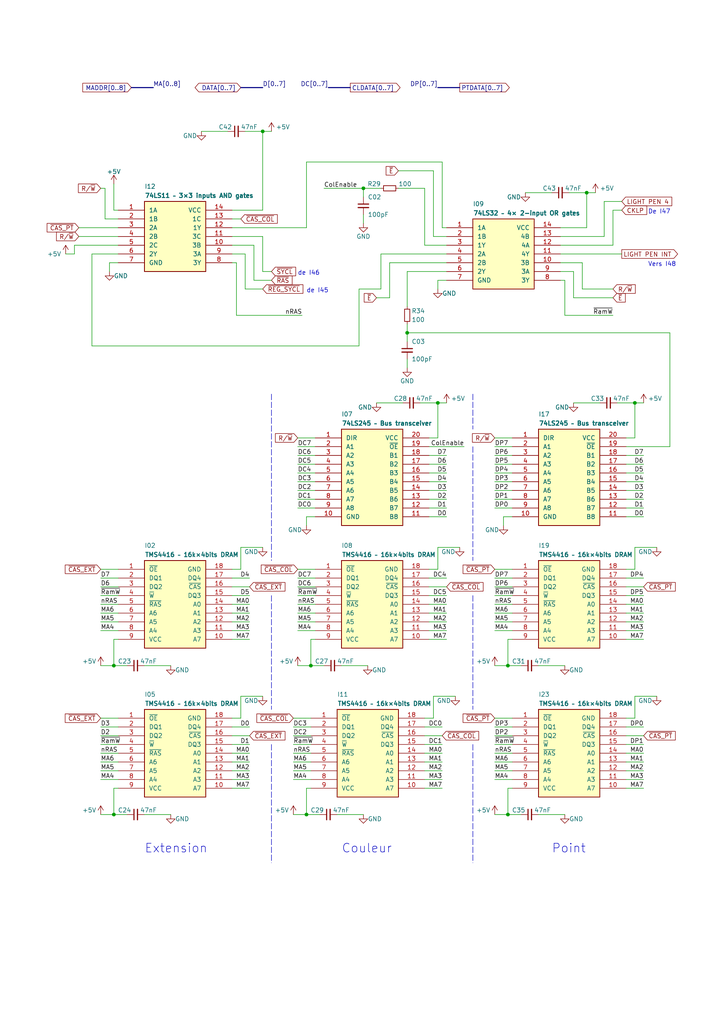
<source format=kicad_sch>
(kicad_sch (version 20211123) (generator eeschema)
  (paper "A4" portrait)
  (title_block (title "Conversion du Thomson MO5 — Unité centrale v1") (date "2023-05-24") (rev "DRAFT") (comment 1 "http://github.com/sporniket/kicad-conversions--thomson-mo5--v1") (comment 3 "Gate Array Motorola MCA 1300 ALS") (comment 4 "Reference : POP5001 501994-01"))
  (lib_symbols
    (symbol "74x11:74X11_TRIPLE_3-INPUT_POSITIVE-AND_GATES_PHY" (pin_names (offset 1.27))
      (property "Reference" "U" (at -8.89 15.24 0))
      (property "Value" "74X11_TRIPLE_3-INPUT_POSITIVE-AND_GATES_PHY" (at -8.89 12.7 0))
      (symbol "74X11_TRIPLE_3-INPUT_POSITIVE-AND_GATES_PHY_0_0"
        (rectangle (start -8.89 10.16) (end 8.89 -10.16) (stroke (width 0.254)) (fill (type background)))
        (pin input line (at -16.51 7.62 0) (length 7.62) (name "1A") (number "1"))
        (pin input line (at 16.51 -2.54 180) (length 7.62) (name "3B") (number "10"))
        (pin input line (at 16.51 0 180) (length 7.62) (name "3C") (number "11"))
        (pin output line (at 16.51 2.54 180) (length 7.62) (name "1Y") (number "12"))
        (pin input line (at 16.51 5.08 180) (length 7.62) (name "1C") (number "13"))
        (pin power_in line (at 16.51 7.62 180) (length 7.62) (name "VCC") (number "14"))
        (pin input line (at -16.51 5.08 0) (length 7.62) (name "1B") (number "2"))
        (pin input line (at -16.51 2.54 0) (length 7.62) (name "2A") (number "3"))
        (pin input line (at -16.51 0 0) (length 7.62) (name "2B") (number "4"))
        (pin input line (at -16.51 -2.54 0) (length 7.62) (name "2C") (number "5"))
        (pin output line (at -16.51 -5.08 0) (length 7.62) (name "2Y") (number "6"))
        (pin power_in line (at -16.51 -7.62 0) (length 7.62) (name "GND") (number "7"))
        (pin output line (at 16.51 -7.62 180) (length 7.62) (name "3Y") (number "8"))
        (pin input line (at 16.51 -5.08 180) (length 7.62) (name "3A") (number "9"))
      )
    )
    (symbol "74x245:74X245_OCTAL_BUS_TRANSCEIVERSWITH_3-STATEOUTPUTS_PHY" (pin_names (offset 1.27))
      (property "Reference" "U" (at -8.89 19.05 0))
      (property "Value" "74X245_OCTAL_BUS_TRANSCEIVERSWITH_3-STATEOUTPUTS_PHY" (at -8.89 16.51 0))
      (symbol "74X245_OCTAL_BUS_TRANSCEIVERSWITH_3-STATEOUTPUTS_PHY_0_0"
        (rectangle (start -8.89 13.97) (end 8.89 -13.97) (stroke (width 0.254)) (fill (type background)))
        (pin input line (at -16.51 11.43 0) (length 7.62) (name "DIR") (number "1"))
        (pin power_in line (at -16.51 -11.43 0) (length 7.62) (name "GND") (number "10"))
        (pin tri_state line (at 16.51 -11.43 180) (length 7.62) (name "B8") (number "11"))
        (pin tri_state line (at 16.51 -8.89 180) (length 7.62) (name "B7") (number "12"))
        (pin tri_state line (at 16.51 -6.35 180) (length 7.62) (name "B6") (number "13"))
        (pin tri_state line (at 16.51 -3.81 180) (length 7.62) (name "B5") (number "14"))
        (pin tri_state line (at 16.51 -1.27 180) (length 7.62) (name "B4") (number "15"))
        (pin tri_state line (at 16.51 1.27 180) (length 7.62) (name "B3") (number "16"))
        (pin tri_state line (at 16.51 3.81 180) (length 7.62) (name "B2") (number "17"))
        (pin tri_state line (at 16.51 6.35 180) (length 7.62) (name "B1") (number "18"))
        (pin input line (at 16.51 8.89 180) (length 7.62) (name "~{OE}") (number "19"))
        (pin tri_state line (at -16.51 8.89 0) (length 7.62) (name "A1") (number "2"))
        (pin power_in line (at 16.51 11.43 180) (length 7.62) (name "VCC") (number "20"))
        (pin tri_state line (at -16.51 6.35 0) (length 7.62) (name "A2") (number "3"))
        (pin tri_state line (at -16.51 3.81 0) (length 7.62) (name "A3") (number "4"))
        (pin tri_state line (at -16.51 1.27 0) (length 7.62) (name "A4") (number "5"))
        (pin tri_state line (at -16.51 -1.27 0) (length 7.62) (name "A5") (number "6"))
        (pin tri_state line (at -16.51 -3.81 0) (length 7.62) (name "A6") (number "7"))
        (pin tri_state line (at -16.51 -6.35 0) (length 7.62) (name "A7") (number "8"))
        (pin tri_state line (at -16.51 -8.89 0) (length 7.62) (name "A8") (number "9"))
      )
    )
    (symbol "74x32:QUADRUPLE_2-INPUTS_POSITIVE-OR_GATES_PHY" (pin_names (offset 1.27))
      (property "Reference" "U" (at -8.89 15.24 0))
      (property "Value" "QUADRUPLE_2-INPUTS_POSITIVE-OR_GATES_PHY" (at -8.89 12.7 0))
      (symbol "QUADRUPLE_2-INPUTS_POSITIVE-OR_GATES_PHY_0_0"
        (rectangle (start -8.89 10.16) (end 8.89 -10.16) (stroke (width 0.254)) (fill (type background)))
        (pin input line (at -16.51 7.62 0) (length 7.62) (name "1A") (number "1"))
        (pin input line (at 16.51 -2.54 180) (length 7.62) (name "3B") (number "10"))
        (pin output line (at 16.51 0 180) (length 7.62) (name "4Y") (number "11"))
        (pin input line (at 16.51 2.54 180) (length 7.62) (name "4A") (number "12"))
        (pin input line (at 16.51 5.08 180) (length 7.62) (name "4B") (number "13"))
        (pin power_in line (at 16.51 7.62 180) (length 7.62) (name "VCC") (number "14"))
        (pin input line (at -16.51 5.08 0) (length 7.62) (name "1B") (number "2"))
        (pin output line (at -16.51 2.54 0) (length 7.62) (name "1Y") (number "3"))
        (pin input line (at -16.51 0 0) (length 7.62) (name "2A") (number "4"))
        (pin input line (at -16.51 -2.54 0) (length 7.62) (name "2B") (number "5"))
        (pin output line (at -16.51 -5.08 0) (length 7.62) (name "2Y") (number "6"))
        (pin power_in line (at -16.51 -7.62 0) (length 7.62) (name "GND") (number "7"))
        (pin output line (at 16.51 -7.62 180) (length 7.62) (name "3Y") (number "8"))
        (pin input line (at 16.51 -5.08 180) (length 7.62) (name "3A") (number "9"))
      )
    )
    (symbol "Device:C_Small" (pin_numbers hide) (pin_names (offset 0.254) hide)
      (property "Reference" "C" (at 0.254 1.778 0))
      (property "Value" "C_Small" (at 0.254 -2.032 0))
      (symbol "C_Small_0_1"
        (polyline (pts (xy -1.524 -0.508) (xy 1.524 -0.508)) (stroke (width 0.3302)))
        (polyline (pts (xy -1.524 0.508) (xy 1.524 0.508)) (stroke (width 0.3048)))
      )
      (symbol "C_Small_1_1"
        (pin passive line (at 0 2.54 270) (length 2.032) (name "~") (number "1"))
        (pin passive line (at 0 -2.54 90) (length 2.032) (name "~") (number "2"))
      )
    )
    (symbol "Device:R_Small" (pin_numbers hide) (pin_names (offset 0.254) hide)
      (property "Reference" "R" (at 0.762 0.508 0))
      (property "Value" "R_Small" (at 0.762 -1.016 0))
      (symbol "R_Small_0_1"
        (rectangle (start -0.762 1.778) (end 0.762 -1.778) (stroke (width 0.2032)))
      )
      (symbol "R_Small_1_1"
        (pin passive line (at 0 2.54 270) (length 0.762) (name "~") (number "1"))
        (pin passive line (at 0 -2.54 90) (length 0.762) (name "~") (number "2"))
      )
    )
    (symbol "power:+5V" (power) (pin_names (offset 0))
      (property "Value" "+5V" (at 0 3.556 0))
      (symbol "+5V_0_1"
        (polyline (pts (xy -0.762 1.27) (xy 0 2.54)))
        (polyline (pts (xy 0 0) (xy 0 2.54)))
        (polyline (pts (xy 0 2.54) (xy 0.762 1.27)))
      )
      (symbol "+5V_1_1"
        (pin power_in line (at 0 0 90) (length 0) hide (name "+5V") (number "1"))
      )
    )
    (symbol "power:GND" (power) (pin_names (offset 0))
      (property "Value" "GND" (at 0 -3.81 0))
      (symbol "GND_0_1"
        (polyline (pts (xy 0 0) (xy 0 -1.27) (xy 1.27 -1.27) (xy 0 -2.54) (xy -1.27 -1.27) (xy 0 -1.27)))
      )
      (symbol "GND_1_1"
        (pin power_in line (at 0 0 270) (length 0) hide (name "GND") (number "1"))
      )
    )
    (symbol "tms4416:16384-WORD_BY_4-BIT_DYNAMIC_RAM_PHY" (pin_names (offset 1.27))
      (property "Reference" "U" (at -8.89 17.78 0))
      (property "Value" "16384-WORD_BY_4-BIT_DYNAMIC_RAM_PHY" (at -8.89 15.24 0))
      (symbol "16384-WORD_BY_4-BIT_DYNAMIC_RAM_PHY_0_0"
        (rectangle (start -8.89 12.7) (end 8.89 -12.7) (stroke (width 0.254)) (fill (type background)))
        (pin input line (at -16.51 10.16 0) (length 7.62) (name "~{OE}") (number "1"))
        (pin input line (at 16.51 -10.16 180) (length 7.62) (name "A7") (number "10"))
        (pin input line (at 16.51 -7.62 180) (length 7.62) (name "A3") (number "11"))
        (pin input line (at 16.51 -5.08 180) (length 7.62) (name "A2") (number "12"))
        (pin input line (at 16.51 -2.54 180) (length 7.62) (name "A1") (number "13"))
        (pin input line (at 16.51 0 180) (length 7.62) (name "A0") (number "14"))
        (pin bidirectional line (at 16.51 2.54 180) (length 7.62) (name "DQ3") (number "15"))
        (pin input line (at 16.51 5.08 180) (length 7.62) (name "~{CAS}") (number "16"))
        (pin bidirectional line (at 16.51 7.62 180) (length 7.62) (name "DQ4") (number "17"))
        (pin power_in line (at 16.51 10.16 180) (length 7.62) (name "GND") (number "18"))
        (pin bidirectional line (at -16.51 7.62 0) (length 7.62) (name "DQ1") (number "2"))
        (pin bidirectional line (at -16.51 5.08 0) (length 7.62) (name "DQ2") (number "3"))
        (pin input line (at -16.51 2.54 0) (length 7.62) (name "~{W}") (number "4"))
        (pin input line (at -16.51 0 0) (length 7.62) (name "~{RAS}") (number "5"))
        (pin input line (at -16.51 -2.54 0) (length 7.62) (name "A6") (number "6"))
        (pin input line (at -16.51 -5.08 0) (length 7.62) (name "A5") (number "7"))
        (pin input line (at -16.51 -7.62 0) (length 7.62) (name "A4") (number "8"))
        (pin power_in line (at -16.51 -10.16 0) (length 7.62) (name "VCC") (number "9"))
      )
    )
  )
  (junction (at 90.17 193.04))
  (junction (at 184.15 116.84))
  (junction (at 118.11 96.52))
  (junction (at 33.02 193.04))
  (junction (at 127 116.84))
  (junction (at 33.02 236.22))
  (junction (at 170.18 55.88))
  (junction (at 147.32 236.22))
  (junction (at 105.41 54.61))
  (junction (at 76.2 38.1))
  (junction (at 88.9 236.22))
  (junction (at 147.32 193.04))
  (wire (pts (xy 22.86 68.58) (xy 34.29 68.58)))
  (wire (pts (xy 105.41 54.61) (xy 110.49 54.61)))
  (wire (pts (xy 86.36 167.64) (xy 91.44 167.64)))
  (wire (pts (xy 143.51 170.18) (xy 148.59 170.18)))
  (wire (pts (xy 162.56 73.66) (xy 180.34 73.66)))
  (wire (pts (xy 124.46 149.86) (xy 129.54 149.86)))
  (wire (pts (xy 124.46 167.64) (xy 129.54 167.64)))
  (wire (pts (xy 67.31 63.5) (xy 69.85 63.5)))
  (wire (pts (xy 124.46 137.16) (xy 129.54 137.16)))
  (wire (pts (xy 143.51 220.98) (xy 148.59 220.98)))
  (wire (pts (xy 181.61 180.34) (xy 186.69 180.34)))
  (wire (pts (xy 29.21 175.26) (xy 34.29 175.26)))
  (wire (pts (xy 184.15 158.75) (xy 190.5 158.75)))
  (wire (pts (xy 177.8 91.44) (xy 163.83 91.44)))
  (wire (pts (xy 123.19 208.28) (xy 125.73 208.28)))
  (wire (pts (xy 67.31 182.88) (xy 72.39 182.88)))
  (wire (pts (xy 85.09 210.82) (xy 90.17 210.82)))
  (wire (pts (xy 90.17 193.04) (xy 93.98 193.04)))
  (wire (pts (xy 71.12 83.82) (xy 76.2 83.82)))
  (wire (pts (xy 58.42 38.1) (xy 66.04 38.1)))
  (wire (pts (xy 127 158.75) (xy 133.35 158.75)))
  (wire (pts (xy 181.61 170.18) (xy 186.69 170.18)))
  (wire (pts (xy 181.61 129.54) (xy 194.31 129.54)))
  (wire (pts (xy 179.07 116.84) (xy 184.15 116.84)))
  (wire (pts (xy 181.61 165.1) (xy 184.15 165.1)))
  (wire (pts (xy 29.21 215.9) (xy 34.29 215.9)))
  (wire (pts (xy 147.32 228.6) (xy 147.32 236.22)))
  (polyline (pts (xy 137.16 172.72) (xy 137.16 205.74)))
  (wire (pts (xy 71.12 83.82) (xy 71.12 73.66)))
  (wire (pts (xy 143.51 167.64) (xy 148.59 167.64)))
  (wire (pts (xy 181.61 182.88) (xy 186.69 182.88)))
  (wire (pts (xy 29.21 177.8) (xy 34.29 177.8)))
  (wire (pts (xy 123.19 71.12) (xy 129.54 71.12)))
  (wire (pts (xy 162.56 71.12) (xy 177.8 71.12)))
  (wire (pts (xy 86.36 175.26) (xy 91.44 175.26)))
  (wire (pts (xy 69.85 201.93) (xy 69.85 208.28)))
  (wire (pts (xy 86.36 147.32) (xy 91.44 147.32)))
  (wire (pts (xy 124.46 147.32) (xy 129.54 147.32)))
  (wire (pts (xy 184.15 201.93) (xy 190.5 201.93)))
  (wire (pts (xy 67.31 76.2) (xy 68.58 76.2)))
  (wire (pts (xy 104.14 83.82) (xy 104.14 100.33)))
  (wire (pts (xy 125.73 201.93) (xy 125.73 208.28)))
  (wire (pts (xy 86.36 170.18) (xy 91.44 170.18)))
  (wire (pts (xy 181.61 185.42) (xy 186.69 185.42)))
  (wire (pts (xy 181.61 220.98) (xy 186.69 220.98)))
  (wire (pts (xy 184.15 116.84) (xy 186.69 116.84)))
  (wire (pts (xy 143.51 215.9) (xy 148.59 215.9)))
  (wire (pts (xy 125.73 49.53) (xy 125.73 68.58)))
  (wire (pts (xy 85.09 236.22) (xy 88.9 236.22)))
  (wire (pts (xy 175.26 58.42) (xy 180.34 58.42)))
  (wire (pts (xy 76.2 68.58) (xy 76.2 78.74)))
  (wire (pts (xy 181.61 175.26) (xy 186.69 175.26)))
  (wire (pts (xy 125.73 201.93) (xy 132.08 201.93)))
  (wire (pts (xy 29.21 236.22) (xy 33.02 236.22)))
  (wire (pts (xy 123.19 210.82) (xy 128.27 210.82)))
  (wire (pts (xy 147.32 185.42) (xy 147.32 193.04)))
  (wire (pts (xy 34.29 185.42) (xy 33.02 185.42)))
  (wire (pts (xy 143.51 175.26) (xy 148.59 175.26)))
  (wire (pts (xy 143.51 129.54) (xy 148.59 129.54)))
  (wire (pts (xy 165.1 55.88) (xy 170.18 55.88)))
  (wire (pts (xy 166.37 116.84) (xy 173.99 116.84)))
  (wire (pts (xy 33.02 236.22) (xy 36.83 236.22)))
  (wire (pts (xy 67.31 223.52) (xy 72.39 223.52)))
  (wire (pts (xy 127 116.84) (xy 129.54 116.84)))
  (wire (pts (xy 41.91 236.22) (xy 49.53 236.22)))
  (wire (pts (xy 67.31 177.8) (xy 72.39 177.8)))
  (polyline (pts (xy 137.16 215.9) (xy 137.16 250.19)))
  (wire (pts (xy 34.29 228.6) (xy 33.02 228.6)))
  (wire (pts (xy 67.31 170.18) (xy 72.39 170.18)))
  (wire (pts (xy 85.09 220.98) (xy 90.17 220.98)))
  (wire (pts (xy 67.31 210.82) (xy 72.39 210.82)))
  (wire (pts (xy 128.27 66.04) (xy 129.54 66.04)))
  (wire (pts (xy 143.51 218.44) (xy 148.59 218.44)))
  (wire (pts (xy 29.21 172.72) (xy 34.29 172.72)))
  (wire (pts (xy 109.22 86.36) (xy 113.03 86.36)))
  (wire (pts (xy 143.51 213.36) (xy 148.59 213.36)))
  (wire (pts (xy 67.31 180.34) (xy 72.39 180.34)))
  (wire (pts (xy 194.31 129.54) (xy 194.31 96.52)))
  (wire (pts (xy 143.51 180.34) (xy 148.59 180.34)))
  (wire (pts (xy 68.58 91.44) (xy 68.58 76.2)))
  (wire (pts (xy 181.61 177.8) (xy 186.69 177.8)))
  (wire (pts (xy 170.18 66.04) (xy 170.18 55.88)))
  (wire (pts (xy 67.31 213.36) (xy 72.39 213.36)))
  (wire (pts (xy 124.46 172.72) (xy 129.54 172.72)))
  (wire (pts (xy 181.61 213.36) (xy 186.69 213.36)))
  (wire (pts (xy 124.46 142.24) (xy 129.54 142.24)))
  (wire (pts (xy 124.46 182.88) (xy 129.54 182.88)))
  (wire (pts (xy 184.15 201.93) (xy 184.15 208.28)))
  (wire (pts (xy 123.19 226.06) (xy 128.27 226.06)))
  (wire (pts (xy 22.86 66.04) (xy 34.29 66.04)))
  (wire (pts (xy 29.21 208.28) (xy 34.29 208.28)))
  (wire (pts (xy 85.09 218.44) (xy 90.17 218.44)))
  (wire (pts (xy 177.8 60.96) (xy 180.34 60.96)))
  (wire (pts (xy 152.4 55.88) (xy 160.02 55.88)))
  (wire (pts (xy 124.46 139.7) (xy 129.54 139.7)))
  (wire (pts (xy 163.83 91.44) (xy 163.83 81.28)))
  (wire (pts (xy 86.36 193.04) (xy 90.17 193.04)))
  (wire (pts (xy 118.11 78.74) (xy 129.54 78.74)))
  (wire (pts (xy 181.61 147.32) (xy 186.69 147.32)))
  (wire (pts (xy 34.29 73.66) (xy 26.67 73.66)))
  (wire (pts (xy 177.8 86.36) (xy 166.37 86.36)))
  (wire (pts (xy 88.9 149.86) (xy 91.44 149.86)))
  (wire (pts (xy 143.51 172.72) (xy 148.59 172.72)))
  (wire (pts (xy 90.17 185.42) (xy 90.17 193.04)))
  (wire (pts (xy 162.56 81.28) (xy 163.83 81.28)))
  (wire (pts (xy 181.61 127) (xy 184.15 127)))
  (wire (pts (xy 181.61 228.6) (xy 186.69 228.6)))
  (wire (pts (xy 123.19 228.6) (xy 128.27 228.6)))
  (wire (pts (xy 147.32 193.04) (xy 151.13 193.04)))
  (wire (pts (xy 181.61 137.16) (xy 186.69 137.16)))
  (wire (pts (xy 21.59 71.12) (xy 21.59 73.66)))
  (wire (pts (xy 128.27 66.04) (xy 128.27 46.99)))
  (wire (pts (xy 67.31 228.6) (xy 72.39 228.6)))
  (wire (pts (xy 181.61 139.7) (xy 186.69 139.7)))
  (wire (pts (xy 31.75 76.2) (xy 34.29 76.2)))
  (wire (pts (xy 181.61 208.28) (xy 184.15 208.28)))
  (wire (pts (xy 67.31 172.72) (xy 72.39 172.72)))
  (wire (pts (xy 143.51 210.82) (xy 148.59 210.82)))
  (wire (pts (xy 86.36 137.16) (xy 91.44 137.16)))
  (wire (pts (xy 124.46 170.18) (xy 129.54 170.18)))
  (wire (pts (xy 67.31 68.58) (xy 76.2 68.58)))
  (wire (pts (xy 113.03 76.2) (xy 129.54 76.2)))
  (wire (pts (xy 118.11 78.74) (xy 118.11 88.9)))
  (wire (pts (xy 76.2 38.1) (xy 76.2 60.96)))
  (polyline (pts (xy 78.74 114.3) (xy 78.74 162.56)))
  (wire (pts (xy 67.31 73.66) (xy 71.12 73.66)))
  (wire (pts (xy 67.31 165.1) (xy 69.85 165.1)))
  (wire (pts (xy 123.19 220.98) (xy 128.27 220.98)))
  (bus (pts (xy 69.85 25.4) (xy 76.2 25.4)))
  (wire (pts (xy 26.67 100.33) (xy 104.14 100.33)))
  (wire (pts (xy 123.19 213.36) (xy 128.27 213.36)))
  (wire (pts (xy 181.61 144.78) (xy 186.69 144.78)))
  (wire (pts (xy 143.51 182.88) (xy 148.59 182.88)))
  (wire (pts (xy 29.21 193.04) (xy 33.02 193.04)))
  (wire (pts (xy 85.09 226.06) (xy 90.17 226.06)))
  (wire (pts (xy 143.51 134.62) (xy 148.59 134.62)))
  (wire (pts (xy 181.61 142.24) (xy 186.69 142.24)))
  (wire (pts (xy 67.31 226.06) (xy 72.39 226.06)))
  (wire (pts (xy 143.51 223.52) (xy 148.59 223.52)))
  (wire (pts (xy 143.51 208.28) (xy 148.59 208.28)))
  (wire (pts (xy 86.36 182.88) (xy 91.44 182.88)))
  (wire (pts (xy 124.46 134.62) (xy 129.54 134.62)))
  (wire (pts (xy 123.19 223.52) (xy 128.27 223.52)))
  (wire (pts (xy 86.36 139.7) (xy 91.44 139.7)))
  (wire (pts (xy 124.46 144.78) (xy 129.54 144.78)))
  (wire (pts (xy 162.56 66.04) (xy 170.18 66.04)))
  (wire (pts (xy 19.05 73.66) (xy 21.59 73.66)))
  (wire (pts (xy 29.21 170.18) (xy 34.29 170.18)))
  (wire (pts (xy 118.11 93.98) (xy 118.11 96.52)))
  (wire (pts (xy 85.09 223.52) (xy 90.17 223.52)))
  (wire (pts (xy 181.61 134.62) (xy 186.69 134.62)))
  (wire (pts (xy 162.56 68.58) (xy 175.26 68.58)))
  (wire (pts (xy 86.36 180.34) (xy 91.44 180.34)))
  (wire (pts (xy 143.51 137.16) (xy 148.59 137.16)))
  (wire (pts (xy 121.92 116.84) (xy 127 116.84)))
  (wire (pts (xy 181.61 149.86) (xy 186.69 149.86)))
  (wire (pts (xy 90.17 228.6) (xy 88.9 228.6)))
  (wire (pts (xy 162.56 76.2) (xy 168.91 76.2)))
  (wire (pts (xy 88.9 46.99) (xy 88.9 66.04)))
  (wire (pts (xy 177.8 71.12) (xy 177.8 60.96)))
  (wire (pts (xy 29.21 210.82) (xy 34.29 210.82)))
  (wire (pts (xy 143.51 165.1) (xy 148.59 165.1)))
  (wire (pts (xy 67.31 71.12) (xy 73.66 71.12)))
  (wire (pts (xy 181.61 172.72) (xy 186.69 172.72)))
  (wire (pts (xy 143.51 127) (xy 148.59 127)))
  (wire (pts (xy 67.31 185.42) (xy 72.39 185.42)))
  (wire (pts (xy 67.31 220.98) (xy 72.39 220.98)))
  (wire (pts (xy 124.46 127) (xy 127 127)))
  (wire (pts (xy 127 81.28) (xy 129.54 81.28)))
  (wire (pts (xy 143.51 132.08) (xy 148.59 132.08)))
  (wire (pts (xy 181.61 226.06) (xy 186.69 226.06)))
  (wire (pts (xy 170.18 55.88) (xy 172.72 55.88)))
  (wire (pts (xy 113.03 76.2) (xy 113.03 86.36)))
  (wire (pts (xy 86.36 127) (xy 91.44 127)))
  (wire (pts (xy 87.63 91.44) (xy 68.58 91.44)))
  (wire (pts (xy 168.91 83.82) (xy 168.91 76.2)))
  (wire (pts (xy 143.51 236.22) (xy 147.32 236.22)))
  (wire (pts (xy 85.09 215.9) (xy 90.17 215.9)))
  (wire (pts (xy 146.05 152.4) (xy 146.05 149.86)))
  (wire (pts (xy 29.21 223.52) (xy 34.29 223.52)))
  (polyline (pts (xy 78.74 172.72) (xy 78.74 205.74)))
  (wire (pts (xy 33.02 53.34) (xy 33.02 60.96)))
  (wire (pts (xy 143.51 226.06) (xy 148.59 226.06)))
  (wire (pts (xy 29.21 180.34) (xy 34.29 180.34)))
  (wire (pts (xy 124.46 132.08) (xy 129.54 132.08)))
  (wire (pts (xy 125.73 68.58) (xy 129.54 68.58)))
  (wire (pts (xy 86.36 132.08) (xy 91.44 132.08)))
  (wire (pts (xy 91.44 185.42) (xy 90.17 185.42)))
  (wire (pts (xy 67.31 208.28) (xy 69.85 208.28)))
  (wire (pts (xy 33.02 185.42) (xy 33.02 193.04)))
  (wire (pts (xy 143.51 147.32) (xy 148.59 147.32)))
  (wire (pts (xy 118.11 104.14) (xy 118.11 106.68)))
  (wire (pts (xy 143.51 142.24) (xy 148.59 142.24)))
  (polyline (pts (xy 137.16 114.3) (xy 137.16 124.46)))
  (wire (pts (xy 26.67 73.66) (xy 26.67 100.33)))
  (wire (pts (xy 86.36 172.72) (xy 91.44 172.72)))
  (wire (pts (xy 181.61 223.52) (xy 186.69 223.52)))
  (wire (pts (xy 76.2 38.1) (xy 78.74 38.1)))
  (wire (pts (xy 143.51 139.7) (xy 148.59 139.7)))
  (wire (pts (xy 105.41 62.23) (xy 105.41 64.77)))
  (wire (pts (xy 127 158.75) (xy 127 165.1)))
  (wire (pts (xy 143.51 193.04) (xy 147.32 193.04)))
  (wire (pts (xy 73.66 81.28) (xy 78.74 81.28)))
  (wire (pts (xy 146.05 149.86) (xy 148.59 149.86)))
  (wire (pts (xy 115.57 49.53) (xy 125.73 49.53)))
  (bus (pts (xy 38.1 25.4) (xy 44.45 25.4)))
  (wire (pts (xy 67.31 215.9) (xy 72.39 215.9)))
  (wire (pts (xy 181.61 210.82) (xy 186.69 210.82)))
  (wire (pts (xy 124.46 175.26) (xy 129.54 175.26)))
  (wire (pts (xy 86.36 134.62) (xy 91.44 134.62)))
  (wire (pts (xy 29.21 165.1) (xy 34.29 165.1)))
  (wire (pts (xy 21.59 71.12) (xy 34.29 71.12)))
  (wire (pts (xy 97.79 236.22) (xy 105.41 236.22)))
  (wire (pts (xy 104.14 83.82) (xy 110.49 83.82)))
  (wire (pts (xy 41.91 193.04) (xy 49.53 193.04)))
  (wire (pts (xy 181.61 215.9) (xy 186.69 215.9)))
  (wire (pts (xy 86.36 142.24) (xy 91.44 142.24)))
  (bus (pts (xy 95.25 25.4) (xy 101.6 25.4)))
  (wire (pts (xy 143.51 177.8) (xy 148.59 177.8)))
  (wire (pts (xy 127 83.82) (xy 127 81.28)))
  (wire (pts (xy 76.2 78.74) (xy 78.74 78.74)))
  (wire (pts (xy 85.09 208.28) (xy 90.17 208.28)))
  (wire (pts (xy 29.21 167.64) (xy 34.29 167.64)))
  (wire (pts (xy 181.61 218.44) (xy 186.69 218.44)))
  (wire (pts (xy 33.02 228.6) (xy 33.02 236.22)))
  (wire (pts (xy 181.61 132.08) (xy 186.69 132.08)))
  (polyline (pts (xy 137.16 129.54) (xy 137.16 162.56)))
  (wire (pts (xy 123.19 215.9) (xy 128.27 215.9)))
  (wire (pts (xy 184.15 127) (xy 184.15 116.84)))
  (wire (pts (xy 127 127) (xy 127 116.84)))
  (wire (pts (xy 181.61 167.64) (xy 186.69 167.64)))
  (wire (pts (xy 109.22 116.84) (xy 116.84 116.84)))
  (wire (pts (xy 86.36 144.78) (xy 91.44 144.78)))
  (wire (pts (xy 67.31 60.96) (xy 76.2 60.96)))
  (wire (pts (xy 67.31 218.44) (xy 72.39 218.44)))
  (wire (pts (xy 124.46 180.34) (xy 129.54 180.34)))
  (polyline (pts (xy 78.74 215.9) (xy 78.74 250.19)))
  (wire (pts (xy 69.85 201.93) (xy 76.2 201.93)))
  (wire (pts (xy 33.02 193.04) (xy 36.83 193.04)))
  (wire (pts (xy 124.46 185.42) (xy 129.54 185.42)))
  (wire (pts (xy 123.19 218.44) (xy 128.27 218.44)))
  (wire (pts (xy 124.46 165.1) (xy 127 165.1)))
  (wire (pts (xy 86.36 177.8) (xy 91.44 177.8)))
  (wire (pts (xy 118.11 96.52) (xy 194.31 96.52)))
  (wire (pts (xy 105.41 57.15) (xy 105.41 54.61)))
  (wire (pts (xy 67.31 66.04) (xy 88.9 66.04)))
  (wire (pts (xy 88.9 236.22) (xy 92.71 236.22)))
  (wire (pts (xy 85.09 213.36) (xy 90.17 213.36)))
  (wire (pts (xy 88.9 228.6) (xy 88.9 236.22)))
  (wire (pts (xy 30.48 54.61) (xy 30.48 63.5)))
  (wire (pts (xy 148.59 228.6) (xy 147.32 228.6)))
  (wire (pts (xy 175.26 68.58) (xy 175.26 58.42)))
  (wire (pts (xy 29.21 54.61) (xy 30.48 54.61)))
  (wire (pts (xy 69.85 158.75) (xy 69.85 165.1)))
  (wire (pts (xy 156.21 236.22) (xy 163.83 236.22)))
  (wire (pts (xy 118.11 96.52) (xy 118.11 99.06)))
  (wire (pts (xy 147.32 236.22) (xy 151.13 236.22)))
  (wire (pts (xy 184.15 158.75) (xy 184.15 165.1)))
  (wire (pts (xy 29.21 220.98) (xy 34.29 220.98)))
  (wire (pts (xy 123.19 54.61) (xy 123.19 71.12)))
  (wire (pts (xy 93.98 54.61) (xy 105.41 54.61)))
  (wire (pts (xy 67.31 175.26) (xy 72.39 175.26)))
  (wire (pts (xy 162.56 78.74) (xy 166.37 78.74)))
  (wire (pts (xy 29.21 226.06) (xy 34.29 226.06)))
  (wire (pts (xy 177.8 83.82) (xy 168.91 83.82)))
  (wire (pts (xy 110.49 73.66) (xy 110.49 83.82)))
  (wire (pts (xy 29.21 213.36) (xy 34.29 213.36)))
  (wire (pts (xy 69.85 158.75) (xy 76.2 158.75)))
  (wire (pts (xy 30.48 63.5) (xy 34.29 63.5)))
  (wire (pts (xy 128.27 46.99) (xy 88.9 46.99)))
  (wire (pts (xy 88.9 152.4) (xy 88.9 149.86)))
  (wire (pts (xy 166.37 86.36) (xy 166.37 78.74)))
  (wire (pts (xy 156.21 193.04) (xy 163.83 193.04)))
  (wire (pts (xy 73.66 71.12) (xy 73.66 81.28)))
  (bus (pts (xy 127 25.4) (xy 133.35 25.4)))
  (wire (pts (xy 31.75 78.74) (xy 31.75 76.2)))
  (wire (pts (xy 115.57 54.61) (xy 123.19 54.61)))
  (wire (pts (xy 124.46 177.8) (xy 129.54 177.8)))
  (wire (pts (xy 110.49 73.66) (xy 129.54 73.66)))
  (wire (pts (xy 86.36 165.1) (xy 91.44 165.1)))
  (wire (pts (xy 29.21 182.88) (xy 34.29 182.88)))
  (wire (pts (xy 143.51 144.78) (xy 148.59 144.78)))
  (wire (pts (xy 86.36 129.54) (xy 91.44 129.54)))
  (wire (pts (xy 99.06 193.04) (xy 106.68 193.04)))
  (wire (pts (xy 124.46 129.54) (xy 134.62 129.54)))
  (wire (pts (xy 67.31 167.64) (xy 72.39 167.64)))
  (wire (pts (xy 148.59 185.42) (xy 147.32 185.42)))
  (wire (pts (xy 33.02 60.96) (xy 34.29 60.96)))
  (wire (pts (xy 71.12 38.1) (xy 76.2 38.1)))
  (wire (pts (xy 29.21 218.44) (xy 34.29 218.44)))
  (text "Extension" (at 41.91 247.65 0) (effects (font (size 2.54 2.54)) (justify left bottom)))
  (text "Vers I48" (at 187.96 77.47 0) (effects (font (size 1.27 1.27)) (justify left bottom)))
  (text "de I45" (at 88.9 85.09 0) (effects (font (size 1.27 1.27)) (justify left bottom)))
  (text "De I47" (at 187.96 62.23 0) (effects (font (size 1.27 1.27)) (justify left bottom)))
  (text "Couleur" (at 99.06 247.65 0) (effects (font (size 2.54 2.54)) (justify left bottom)))
  (text "de I46" (at 86.36 80.01 0) (effects (font (size 1.27 1.27)) (justify left bottom)))
  (text "Point" (at 160.02 247.65 0) (effects (font (size 2.54 2.54)) (justify left bottom)))
  (label "nRAS" (at 29.21 175.26 0))
  (label "nRAS" (at 86.36 175.26 0))
  (label "D7" (at 186.69 132.08 180))
  (label "MA2" (at 186.69 223.52 180))
  (label "MA7" (at 186.69 228.6 180))
  (label "MA2" (at 128.27 223.52 180))
  (label "DC7" (at 86.36 129.54 0))
  (label "~{RamW}" (at 29.21 215.9 0))
  (label "MA5" (at 143.51 223.52 0))
  (label "nRAS" (at 87.63 91.44 180))
  (label "MA5" (at 29.21 180.34 0))
  (label "ColEnable" (at 93.98 54.61 0))
  (label "MA5" (at 85.09 223.52 0))
  (label "MA1" (at 186.69 220.98 180))
  (label "D0" (at 129.54 149.86 180))
  (label "DC0" (at 86.36 147.32 0))
  (label "nRAS" (at 143.51 175.26 0))
  (label "D5" (at 129.54 137.16 180))
  (label "MA0" (at 128.27 218.44 180))
  (label "MA4" (at 86.36 182.88 0))
  (label "DP7" (at 143.51 167.64 0))
  (label "MA7" (at 186.69 185.42 180))
  (label "MA5" (at 86.36 180.34 0))
  (label "MA7" (at 129.54 185.42 180))
  (label "MA6" (at 29.21 177.8 0))
  (label "MA6" (at 143.51 177.8 0))
  (label "MA2" (at 129.54 180.34 180))
  (label "D4" (at 72.39 167.64 180))
  (label "MA1" (at 72.39 220.98 180))
  (label "MA0" (at 186.69 175.26 180))
  (label "MA6" (at 29.21 220.98 0))
  (label "D3" (at 186.69 142.24 180))
  (label "DP1" (at 186.69 215.9 180))
  (label "DC6" (at 86.36 132.08 0))
  (label "DC5" (at 86.36 134.62 0))
  (label "D2" (at 129.54 144.78 180))
  (label "D0" (at 72.39 210.82 180))
  (label "MA2" (at 72.39 223.52 180))
  (label "nRAS" (at 85.09 218.44 0))
  (label "~{RamW}" (at 29.21 172.72 0))
  (label "MA4" (at 29.21 226.06 0))
  (label "DP[0..7]" (at 127 25.4 180))
  (label "MA3" (at 186.69 182.88 180))
  (label "DC3" (at 85.09 210.82 0))
  (label "nRAS" (at 29.21 218.44 0))
  (label "MA2" (at 186.69 180.34 180))
  (label "DC4" (at 86.36 137.16 0))
  (label "DC3" (at 86.36 139.7 0))
  (label "DP1" (at 143.51 144.78 0))
  (label "MA7" (at 72.39 228.6 180))
  (label "MA3" (at 72.39 182.88 180))
  (label "D4" (at 129.54 139.7 180))
  (label "MA3" (at 129.54 182.88 180))
  (label "MA4" (at 143.51 226.06 0))
  (label "D2" (at 29.21 213.36 0))
  (label "D7" (at 29.21 167.64 0))
  (label "DP5" (at 143.51 134.62 0))
  (label "D1" (at 186.69 147.32 180))
  (label "D5" (at 72.39 172.72 180))
  (label "DP4" (at 143.51 137.16 0))
  (label "D3" (at 29.21 210.82 0))
  (label "MA1" (at 72.39 177.8 180))
  (label "MA7" (at 72.39 185.42 180))
  (label "D1" (at 72.39 215.9 180))
  (label "MA3" (at 128.27 226.06 180))
  (label "DC2" (at 85.09 213.36 0))
  (label "DP0" (at 186.69 210.82 180))
  (label "~{RamW}" (at 143.51 215.9 0))
  (label "DC[0..7]" (at 95.25 25.4 180))
  (label "MA1" (at 186.69 177.8 180))
  (label "MA2" (at 72.39 180.34 180))
  (label "DP3" (at 143.51 210.82 0))
  (label "DC2" (at 86.36 142.24 0))
  (label "DC1" (at 128.27 215.9 180))
  (label "nRAS" (at 143.51 218.44 0))
  (label "D5" (at 186.69 137.16 180))
  (label "D0" (at 186.69 149.86 180))
  (label "MA[0..8]" (at 44.45 25.4 0))
  (label "D[0..7]" (at 76.2 25.4 0))
  (label "MA0" (at 186.69 218.44 180))
  (label "D6" (at 29.21 170.18 0))
  (label "D4" (at 186.69 139.7 180))
  (label "~{RamW}" (at 143.51 172.72 0))
  (label "MA6" (at 85.09 220.98 0))
  (label "DC5" (at 129.54 172.72 180))
  (label "D1" (at 129.54 147.32 180))
  (label "MA0" (at 72.39 175.26 180))
  (label "MA7" (at 128.27 228.6 180))
  (label "~{RamW}" (at 85.09 215.9 0))
  (label "~{RamW}" (at 86.36 172.72 0))
  (label "DC6" (at 86.36 170.18 0))
  (label "MA6" (at 143.51 220.98 0))
  (label "MA1" (at 128.27 220.98 180))
  (label "MA4" (at 85.09 226.06 0))
  (label "DP6" (at 143.51 170.18 0))
  (label "DC0" (at 128.27 210.82 180))
  (label "ColEnable" (at 134.62 129.54 180))
  (label "MA5" (at 29.21 223.52 0))
  (label "D6" (at 129.54 134.62 180))
  (label "~{RamW}" (at 177.8 91.44 180))
  (label "DP4" (at 186.69 167.64 180))
  (label "D6" (at 186.69 134.62 180))
  (label "MA4" (at 143.51 182.88 0))
  (label "D7" (at 129.54 132.08 180))
  (label "DP2" (at 143.51 142.24 0))
  (label "MA0" (at 72.39 218.44 180))
  (label "MA3" (at 186.69 226.06 180))
  (label "DP6" (at 143.51 132.08 0))
  (label "MA6" (at 86.36 177.8 0))
  (label "MA5" (at 143.51 180.34 0))
  (label "DP3" (at 143.51 139.7 0))
  (label "DC1" (at 86.36 144.78 0))
  (label "DP7" (at 143.51 129.54 0))
  (label "DP5" (at 186.69 172.72 180))
  (label "MA4" (at 29.21 182.88 0))
  (label "DP0" (at 143.51 147.32 0))
  (label "DC7" (at 86.36 167.64 0))
  (label "MA1" (at 129.54 177.8 180))
  (label "D2" (at 186.69 144.78 180))
  (label "D3" (at 129.54 142.24 180))
  (label "DP2" (at 143.51 213.36 0))
  (label "MA3" (at 72.39 226.06 180))
  (label "MA0" (at 129.54 175.26 180))
  (label "DC4" (at 129.54 167.64 180))
  (global_label "~{CAS_EXT}" (shape input) (at 29.21 165.1 180) (property "Intersheet References" "${INTERSHEET_REFS}" (effects hide)))
  (global_label "~{CAS_COL}" (shape input) (at 86.36 165.1 180) (property "Intersheet References" "${INTERSHEET_REFS}" (effects hide)))
  (global_label "R{slash}~{W}" (shape input) (at 29.21 54.61 180) (property "Intersheet References" "${INTERSHEET_REFS}" (effects hide)))
  (global_label "~{CAS_EXT}" (shape input) (at 29.21 208.28 180) (property "Intersheet References" "${INTERSHEET_REFS}" (effects hide)))
  (global_label "~{E}" (shape input) (at 109.22 86.36 180) (property "Intersheet References" "${INTERSHEET_REFS}" (effects hide)))
  (global_label "R{slash}~{W}" (shape input) (at 86.36 127 180) (property "Intersheet References" "${INTERSHEET_REFS}" (effects hide)))
  (global_label "~{CAS_COL}" (shape input) (at 129.54 170.18 0) (property "Intersheet References" "${INTERSHEET_REFS}" (effects hide)))
  (global_label "R{slash}~{W}" (shape input) (at 177.8 83.82 0) (property "Intersheet References" "${INTERSHEET_REFS}" (effects hide)))
  (global_label "~{CAS_EXT}" (shape input) (at 72.39 213.36 0) (property "Intersheet References" "${INTERSHEET_REFS}" (effects hide)))
  (global_label "~{E}" (shape input) (at 177.8 86.36 0) (property "Intersheet References" "${INTERSHEET_REFS}" (effects hide)))
  (global_label "~{CAS_PT}" (shape input) (at 22.86 66.04 180) (property "Intersheet References" "${INTERSHEET_REFS}" (effects hide)))
  (global_label "~{CAS_COL}" (shape input) (at 85.09 208.28 180) (property "Intersheet References" "${INTERSHEET_REFS}" (effects hide)))
  (global_label "DATA[0..7]" (shape bidirectional) (at 69.85 25.4 180) (property "Intersheet References" "${INTERSHEET_REFS}" (effects hide)))
  (global_label "~{CAS_EXT}" (shape input) (at 72.39 170.18 0) (property "Intersheet References" "${INTERSHEET_REFS}" (effects hide)))
  (global_label "~{CAS_PT}" (shape input) (at 186.69 213.36 0) (property "Intersheet References" "${INTERSHEET_REFS}" (effects hide)))
  (global_label "CLDATA[0..7]" (shape output) (at 101.6 25.4 0) (property "Intersheet References" "${INTERSHEET_REFS}" (effects hide)))
  (global_label "MADDR[0..8]" (shape input) (at 38.1 25.4 180) (property "Intersheet References" "${INTERSHEET_REFS}" (effects hide)))
  (global_label "LIGHT PEN 4" (shape input) (at 180.34 58.42 0) (property "Intersheet References" "${INTERSHEET_REFS}" (effects hide)))
  (global_label "~{SYCL}" (shape input) (at 78.74 78.74 0) (property "Intersheet References" "${INTERSHEET_REFS}" (effects hide)))
  (global_label "R{slash}~{W}" (shape input) (at 143.51 127 180) (property "Intersheet References" "${INTERSHEET_REFS}" (effects hide)))
  (global_label "~{CAS_PT}" (shape input) (at 143.51 165.1 180) (property "Intersheet References" "${INTERSHEET_REFS}" (effects hide)))
  (global_label "~{CAS_COL}" (shape input) (at 69.85 63.5 0) (property "Intersheet References" "${INTERSHEET_REFS}" (effects hide)))
  (global_label "~{E}" (shape input) (at 115.57 49.53 180) (property "Intersheet References" "${INTERSHEET_REFS}" (effects hide)))
  (global_label "PTDATA[0..7]" (shape output) (at 133.35 25.4 0) (property "Intersheet References" "${INTERSHEET_REFS}" (effects hide)))
  (global_label "R{slash}~{W}" (shape input) (at 22.86 68.58 180) (property "Intersheet References" "${INTERSHEET_REFS}" (effects hide)))
  (global_label "~{RAS}" (shape input) (at 78.74 81.28 0) (property "Intersheet References" "${INTERSHEET_REFS}" (effects hide)))
  (global_label "~{CAS_PT}" (shape input) (at 143.51 208.28 180) (property "Intersheet References" "${INTERSHEET_REFS}" (effects hide)))
  (global_label "~{REG_SYCL}" (shape input) (at 76.2 83.82 0) (property "Intersheet References" "${INTERSHEET_REFS}" (effects hide)))
  (global_label "~{CAS_PT}" (shape input) (at 186.69 170.18 0) (property "Intersheet References" "${INTERSHEET_REFS}" (effects hide)))
  (global_label "CKLP" (shape input) (at 180.34 60.96 0) (property "Intersheet References" "${INTERSHEET_REFS}" (effects hide)))
  (global_label "~{CAS_COL}" (shape input) (at 128.27 213.36 0) (property "Intersheet References" "${INTERSHEET_REFS}" (effects hide)))
  (global_label "LIGHT PEN INT" (shape output) (at 180.34 73.66 0) (property "Intersheet References" "${INTERSHEET_REFS}" (effects hide)))
  (symbol (lib_id "Device:C_Small") (at 153.67 236.22 90) (unit 1)
    (property "Reference" "C35" (at 152.4 234.95 90) (effects (justify left)))
    (property "Value" "47nF" (at 154.94 234.95 90) (effects (justify right)))
  )
  (symbol (lib_id "power:GND") (at 146.05 152.4 0) (unit 1)
    (property "Reference" "#PWR?" (effects hide))
    (property "Value" "GND" (at 144.78 153.67 0) (effects (justify right)))
  )
  (symbol (lib_id "power:GND") (at 133.35 158.75 0) (unit 1)
    (property "Reference" "#PWR?" (effects hide))
    (property "Value" "GND" (at 132.08 160.02 0) (effects (justify right)))
  )
  (symbol (lib_id "power:GND") (at 105.41 64.77 0) (unit 1)
    (property "Reference" "#PWR?" (effects hide))
    (property "Value" "GND" (at 105.41 68.58 0))
  )
  (symbol (lib_id "tms4416:16384-WORD_BY_4-BIT_DYNAMIC_RAM_PHY") (at 50.8 175.26 0) (unit 1)
    (property "Reference" "I02" (at 41.91 157.48 0) (effects (justify left top)))
    (property "Value" "TMS4416 – 16k×4bits DRAM" (at 41.91 160.02 0) (effects (font bold) (justify left top)))
    (property "Footprint" "Package_DIP:DIP-18_W7.62mm_LongPads" (effects hide))
    (property "Datasheet" "https://raw.githubusercontent.com/sporniket/kicad-symbols-generated/main/reference-materials/commons/memory/tms4416.pdf" (effects hide))
  )
  (symbol (lib_id "power:GND") (at 132.08 201.93 0) (unit 1)
    (property "Reference" "#PWR?" (effects hide))
    (property "Value" "GND" (at 130.81 203.2 0) (effects (justify right)))
  )
  (symbol (lib_id "power:GND") (at 166.37 116.84 0) (unit 1)
    (property "Reference" "#PWR?" (effects hide))
    (property "Value" "GND" (at 165.1 118.11 0) (effects (justify right)))
  )
  (symbol (lib_id "Device:C_Small") (at 95.25 236.22 90) (unit 1)
    (property "Reference" "C29" (at 93.98 234.95 90) (effects (justify left)))
    (property "Value" "47nF" (at 96.52 234.95 90) (effects (justify right)))
  )
  (symbol (lib_id "power:+5V") (at 186.69 116.84 0) (unit 1)
    (property "Reference" "#PWR?" (effects hide))
    (property "Value" "+5V" (at 187.96 115.57 0) (effects (justify left)))
  )
  (symbol (lib_id "power:+5V") (at 29.21 236.22 0) (unit 1)
    (property "Reference" "#PWR?" (effects hide))
    (property "Value" "+5V" (at 27.94 234.95 0) (effects (justify right)))
  )
  (symbol (lib_id "power:+5V") (at 29.21 193.04 0) (unit 1)
    (property "Reference" "#PWR?" (effects hide))
    (property "Value" "+5V" (at 27.94 191.77 0) (effects (justify right)))
  )
  (symbol (lib_id "Device:C_Small") (at 68.58 38.1 90) (unit 1)
    (property "Reference" "C42" (at 67.31 36.83 90) (effects (justify left)))
    (property "Value" "47nF" (at 69.85 36.83 90) (effects (justify right)))
  )
  (symbol (lib_id "Device:C_Small") (at 153.67 193.04 90) (unit 1)
    (property "Reference" "C31" (at 152.4 191.77 90) (effects (justify left)))
    (property "Value" "47nF" (at 154.94 191.77 90) (effects (justify right)))
  )
  (symbol (lib_id "tms4416:16384-WORD_BY_4-BIT_DYNAMIC_RAM_PHY") (at 165.1 218.44 0) (unit 1)
    (property "Reference" "I23" (at 156.21 200.66 0) (effects (justify left top)))
    (property "Value" "TMS4416 – 16k×4bits DRAM" (at 156.21 203.2 0) (effects (font bold) (justify left top)))
    (property "Footprint" "Package_DIP:DIP-18_W7.62mm_LongPads" (effects hide))
    (property "Datasheet" "https://raw.githubusercontent.com/sporniket/kicad-symbols-generated/main/reference-materials/commons/memory/tms4416.pdf" (effects hide))
  )
  (symbol (lib_id "power:GND") (at 163.83 236.22 0) (unit 1)
    (property "Reference" "#PWR?" (effects hide))
    (property "Value" "GND" (at 165.1 237.49 0) (effects (justify left)))
  )
  (symbol (lib_id "power:GND") (at 163.83 193.04 0) (unit 1)
    (property "Reference" "#PWR?" (effects hide))
    (property "Value" "GND" (at 165.1 194.31 0) (effects (justify left)))
  )
  (symbol (lib_id "74x11:74X11_TRIPLE_3-INPUT_POSITIVE-AND_GATES_PHY") (at 50.8 68.58 0) (unit 1)
    (property "Reference" "I12" (at 41.91 53.34 0) (effects (justify left top)))
    (property "Value" "74LS11 – 3×3 inputs AND gates" (at 41.91 55.88 0) (effects (font bold) (justify left top)))
    (property "Footprint" "Package_DIP:DIP-14_W7.62mm_LongPads" (effects hide))
    (property "Datasheet" "https://www.ti.com/lit/ds/symlink/sn54ls11.pdf" (effects hide))
  )
  (symbol (lib_id "Device:C_Small") (at 118.11 101.6 0) (unit 1)
    (property "Reference" "C03" (at 119.38 99.06 0) (effects (justify left)))
    (property "Value" "100pF" (at 119.38 104.14 0) (effects (justify left)))
  )
  (symbol (lib_id "Device:R_Small") (at 118.11 91.44 0) (unit 1)
    (property "Reference" "R34" (at 119.38 90.17 0) (effects (justify left)))
    (property "Value" "100" (at 119.38 92.71 0) (effects (justify left)))
  )
  (symbol (lib_id "Device:C_Small") (at 119.38 116.84 90) (unit 1)
    (property "Reference" "C28" (at 118.11 115.57 90) (effects (justify left)))
    (property "Value" "47nF" (at 120.65 115.57 90) (effects (justify right)))
  )
  (symbol (lib_id "power:+5V") (at 143.51 236.22 0) (unit 1)
    (property "Reference" "#PWR?" (effects hide))
    (property "Value" "+5V" (at 142.24 234.95 0) (effects (justify right)))
  )
  (symbol (lib_id "power:GND") (at 49.53 236.22 0) (unit 1)
    (property "Reference" "#PWR?" (effects hide))
    (property "Value" "GND" (at 50.8 237.49 0) (effects (justify left)))
  )
  (symbol (lib_id "power:+5V") (at 143.51 193.04 0) (unit 1)
    (property "Reference" "#PWR?" (effects hide))
    (property "Value" "+5V" (at 142.24 191.77 0) (effects (justify right)))
  )
  (symbol (lib_id "tms4416:16384-WORD_BY_4-BIT_DYNAMIC_RAM_PHY") (at 107.95 175.26 0) (unit 1)
    (property "Reference" "I08" (at 99.06 157.48 0) (effects (justify left top)))
    (property "Value" "TMS4416 – 16k×4bits DRAM" (at 99.06 160.02 0) (effects (font bold) (justify left top)))
    (property "Footprint" "Package_DIP:DIP-18_W7.62mm_LongPads" (effects hide))
    (property "Datasheet" "https://raw.githubusercontent.com/sporniket/kicad-symbols-generated/main/reference-materials/commons/memory/tms4416.pdf" (effects hide))
  )
  (symbol (lib_id "74x245:74X245_OCTAL_BUS_TRANSCEIVERSWITH_3-STATEOUTPUTS_PHY") (at 165.1 138.43 0) (unit 1)
    (property "Reference" "I17" (at 156.21 119.38 0) (effects (justify left top)))
    (property "Value" "74LS245 – Bus transceiver" (at 156.21 121.92 0) (effects (font bold) (justify left top)))
    (property "Footprint" "Package_DIP:DIP-20_W7.62mm_LongPads" (effects hide))
    (property "Datasheet" "https://www.ti.com/lit/ds/symlink/sn54ls245-sp.pdf" (effects hide))
  )
  (symbol (lib_id "power:+5V") (at 85.09 236.22 0) (unit 1)
    (property "Reference" "#PWR?" (effects hide))
    (property "Value" "+5V" (at 83.82 234.95 0) (effects (justify right)))
  )
  (symbol (lib_id "power:+5V") (at 172.72 55.88 0) (unit 1)
    (property "Reference" "#PWR?" (effects hide))
    (property "Value" "+5V" (at 173.99 54.61 0) (effects (justify left)))
  )
  (symbol (lib_id "power:+5V") (at 86.36 193.04 0) (unit 1)
    (property "Reference" "#PWR?" (effects hide))
    (property "Value" "+5V" (at 85.09 191.77 0) (effects (justify right)))
  )
  (symbol (lib_id "Device:R_Small") (at 113.03 54.61 90) (unit 1)
    (property "Reference" "R29" (at 110.49 53.34 90) (effects (justify left)))
    (property "Value" "100" (at 115.57 53.34 90) (effects (justify right)))
  )
  (symbol (lib_id "power:GND") (at 76.2 201.93 0) (unit 1)
    (property "Reference" "#PWR?" (effects hide))
    (property "Value" "GND" (at 74.93 203.2 0) (effects (justify right)))
  )
  (symbol (lib_id "power:GND") (at 58.42 38.1 0) (unit 1)
    (property "Reference" "#PWR?" (effects hide))
    (property "Value" "GND" (at 57.15 39.37 0) (effects (justify right)))
  )
  (symbol (lib_id "power:+5V") (at 19.05 73.66 0) (unit 1)
    (property "Reference" "#PWR?" (effects hide))
    (property "Value" "+5V" (at 17.78 73.66 0) (effects (justify right)))
  )
  (symbol (lib_id "power:GND") (at 127 83.82 0) (unit 1)
    (property "Reference" "#PWR?" (effects hide))
    (property "Value" "GND" (at 128.27 85.09 0) (effects (justify left)))
  )
  (symbol (lib_id "power:+5V") (at 33.02 53.34 0) (unit 1)
    (property "Reference" "#PWR?" (effects hide))
    (property "Value" "+5V" (at 33.02 49.784 0))
  )
  (symbol (lib_id "power:GND") (at 88.9 152.4 0) (unit 1)
    (property "Reference" "#PWR?" (effects hide))
    (property "Value" "GND" (at 87.63 153.67 0) (effects (justify right)))
  )
  (symbol (lib_id "power:GND") (at 76.2 158.75 0) (unit 1)
    (property "Reference" "#PWR?" (effects hide))
    (property "Value" "GND" (at 74.93 160.02 0) (effects (justify right)))
  )
  (symbol (lib_id "Device:C_Small") (at 39.37 193.04 90) (unit 1)
    (property "Reference" "C23" (at 38.1 191.77 90) (effects (justify left)))
    (property "Value" "47nF" (at 40.64 191.77 90) (effects (justify right)))
  )
  (symbol (lib_id "power:+5V") (at 78.74 38.1 0) (unit 1)
    (property "Reference" "#PWR?" (effects hide))
    (property "Value" "+5V" (at 80.01 36.83 0) (effects (justify left)))
  )
  (symbol (lib_id "power:GND") (at 106.68 193.04 0) (unit 1)
    (property "Reference" "#PWR?" (effects hide))
    (property "Value" "GND" (at 107.95 194.31 0) (effects (justify left)))
  )
  (symbol (lib_id "tms4416:16384-WORD_BY_4-BIT_DYNAMIC_RAM_PHY") (at 50.8 218.44 0) (unit 1)
    (property "Reference" "I05" (at 41.91 200.66 0) (effects (justify left top)))
    (property "Value" "TMS4416 – 16k×4bits DRAM" (at 41.91 203.2 0) (effects (font bold) (justify left top)))
    (property "Footprint" "Package_DIP:DIP-18_W7.62mm_LongPads" (effects hide))
    (property "Datasheet" "https://raw.githubusercontent.com/sporniket/kicad-symbols-generated/main/reference-materials/commons/memory/tms4416.pdf" (effects hide))
  )
  (symbol (lib_id "Device:C_Small") (at 96.52 193.04 90) (unit 1)
    (property "Reference" "C27" (at 95.25 191.77 90) (effects (justify left)))
    (property "Value" "47nF" (at 97.79 191.77 90) (effects (justify right)))
  )
  (symbol (lib_id "power:GND") (at 31.75 78.74 0) (unit 1)
    (property "Reference" "#PWR?" (effects hide))
    (property "Value" "GND" (at 33.02 80.01 0) (effects (justify left)))
  )
  (symbol (lib_id "power:GND") (at 190.5 158.75 0) (unit 1)
    (property "Reference" "#PWR?" (effects hide))
    (property "Value" "GND" (at 189.23 160.02 0) (effects (justify right)))
  )
  (symbol (lib_id "power:GND") (at 105.41 236.22 0) (unit 1)
    (property "Reference" "#PWR?" (effects hide))
    (property "Value" "GND" (at 106.68 237.49 0) (effects (justify left)))
  )
  (symbol (lib_id "power:GND") (at 118.11 106.68 0) (unit 1)
    (property "Reference" "#PWR?" (effects hide))
    (property "Value" "GND" (at 118.11 110.49 0))
  )
  (symbol (lib_id "tms4416:16384-WORD_BY_4-BIT_DYNAMIC_RAM_PHY") (at 165.1 175.26 0) (unit 1)
    (property "Reference" "I19" (at 156.21 157.48 0) (effects (justify left top)))
    (property "Value" "TMS4416 – 16k×4bits DRAM" (at 156.21 160.02 0) (effects (font bold) (justify left top)))
    (property "Footprint" "Package_DIP:DIP-18_W7.62mm_LongPads" (effects hide))
    (property "Datasheet" "https://raw.githubusercontent.com/sporniket/kicad-symbols-generated/main/reference-materials/commons/memory/tms4416.pdf" (effects hide))
  )
  (symbol (lib_id "power:GND") (at 152.4 55.88 0) (unit 1)
    (property "Reference" "#PWR?" (effects hide))
    (property "Value" "GND" (at 151.13 57.15 0) (effects (justify right)))
  )
  (symbol (lib_id "power:GND") (at 49.53 193.04 0) (unit 1)
    (property "Reference" "#PWR?" (effects hide))
    (property "Value" "GND" (at 50.8 194.31 0) (effects (justify left)))
  )
  (symbol (lib_id "Device:C_Small") (at 176.53 116.84 90) (unit 1)
    (property "Reference" "C33" (at 175.26 115.57 90) (effects (justify left)))
    (property "Value" "47nF" (at 177.8 115.57 90) (effects (justify right)))
  )
  (symbol (lib_id "power:GND") (at 190.5 201.93 0) (unit 1)
    (property "Reference" "#PWR?" (effects hide))
    (property "Value" "GND" (at 189.23 203.2 0) (effects (justify right)))
  )
  (symbol (lib_id "74x245:74X245_OCTAL_BUS_TRANSCEIVERSWITH_3-STATEOUTPUTS_PHY") (at 107.95 138.43 0) (unit 1)
    (property "Reference" "I07" (at 99.06 119.38 0) (effects (justify left top)))
    (property "Value" "74LS245 – Bus transceiver" (at 99.06 121.92 0) (effects (font bold) (justify left top)))
    (property "Footprint" "Package_DIP:DIP-20_W7.62mm_LongPads" (effects hide))
    (property "Datasheet" "https://www.ti.com/lit/ds/symlink/sn54ls245-sp.pdf" (effects hide))
  )
  (symbol (lib_id "74x32:QUADRUPLE_2-INPUTS_POSITIVE-OR_GATES_PHY") (at 146.05 73.66 0) (unit 1)
    (property "Reference" "I09" (at 137.16 58.42 0) (effects (justify left top)))
    (property "Value" "74LS32 – 4× 2-input OR gates" (at 137.16 60.96 0) (effects (font bold) (justify left top)))
    (property "Footprint" "Package_DIP:DIP-14_W7.62mm_LongPads" (effects hide))
    (property "Datasheet" "https://www.ti.com/lit/ds/symlink/sn74ls32.pdf" (effects hide))
  )
  (symbol (lib_id "Device:C_Small") (at 105.41 59.69 0) (unit 1)
    (property "Reference" "C02" (at 106.68 57.15 0) (effects (justify left)))
    (property "Value" "100pF" (at 106.68 62.23 0) (effects (justify left)))
  )
  (symbol (lib_id "power:GND") (at 109.22 116.84 0) (unit 1)
    (property "Reference" "#PWR?" (effects hide))
    (property "Value" "GND" (at 107.95 118.11 0) (effects (justify right)))
  )
  (symbol (lib_id "power:+5V") (at 129.54 116.84 0) (unit 1)
    (property "Reference" "#PWR?" (effects hide))
    (property "Value" "+5V" (at 130.81 115.57 0) (effects (justify left)))
  )
  (symbol (lib_id "tms4416:16384-WORD_BY_4-BIT_DYNAMIC_RAM_PHY") (at 106.68 218.44 0) (unit 1)
    (property "Reference" "I11" (at 97.79 200.66 0) (effects (justify left top)))
    (property "Value" "TMS4416 – 16k×4bits DRAM" (at 97.79 203.2 0) (effects (font bold) (justify left top)))
    (property "Footprint" "Package_DIP:DIP-18_W7.62mm_LongPads" (effects hide))
    (property "Datasheet" "https://raw.githubusercontent.com/sporniket/kicad-symbols-generated/main/reference-materials/commons/memory/tms4416.pdf" (effects hide))
  )
  (symbol (lib_id "Device:C_Small") (at 162.56 55.88 90) (unit 1)
    (property "Reference" "C43" (at 161.29 54.61 90) (effects (justify left)))
    (property "Value" "47nF" (at 163.83 54.61 90) (effects (justify right)))
  )
  (symbol (lib_id "Device:C_Small") (at 39.37 236.22 90) (unit 1)
    (property "Reference" "C24" (at 38.1 234.95 90) (effects (justify left)))
    (property "Value" "47nF" (at 40.64 234.95 90) (effects (justify right)))
  )
)
</source>
